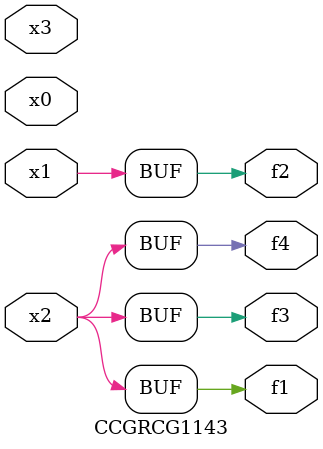
<source format=v>
module CCGRCG1143(
	input x0, x1, x2, x3,
	output f1, f2, f3, f4
);
	assign f1 = x2;
	assign f2 = x1;
	assign f3 = x2;
	assign f4 = x2;
endmodule

</source>
